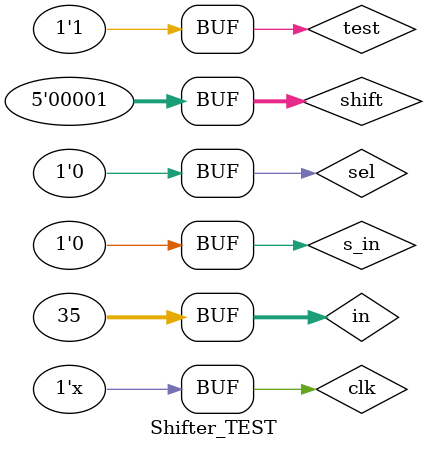
<source format=v>
`timescale 1ns / 1ps


module Shifter_TEST;

	// Inputs
	reg s_in;
	reg test;
	reg [31:0] in;
	reg [4:0] shift;
	reg sel;
	reg clk;

	// Outputs
	wire [31:0] out;

	// Instantiate the Unit Under Test (UUT)
	shifter uut (
		.s_in(s_in), 
		.test(test), 
		.in(in), 
		.shift(shift), 
		.sel(sel), 
		.out(out), 
		.clk(clk)
	);
	
	initial begin
		clk=1;
	end
	
	always begin
		#5 clk=!clk;
	end

	initial begin
		// Initialize Inputs
		s_in = 1;
		test = 0;
		in = 0;
		shift = 0;
		sel = 0;

		// Wait 100 ns for global reset to finish
		#100;
      s_in = 1;
		test = 0;
		in = 35;
		shift = 1;
		sel = 0; 
		
		#10;
      s_in = 1;
		test = 0;
		in = 35;
		shift = 2;
		sel = 1;
		
		#10;
      s_in = 1;
		test = 0;
		in = 35;
		shift = 3;
		sel = 0;
		
		#10;
      s_in = 1;
		test = 0;
		in = 35;
		shift = 4;
		sel = 1;
		
		#100;
      s_in = 1;
		test = 1;
		in = 35;
		shift = 1;
		sel = 0;
		
		#320;
      s_in = 1;
		test = 0;
		in = 35;
		shift = 5;
		sel = 0;
		
		#100;
      s_in = 0;
		test = 1;
		in = 35;
		shift = 1;
		sel = 0;
		
		// Add stimulus here

	end
      
endmodule


</source>
